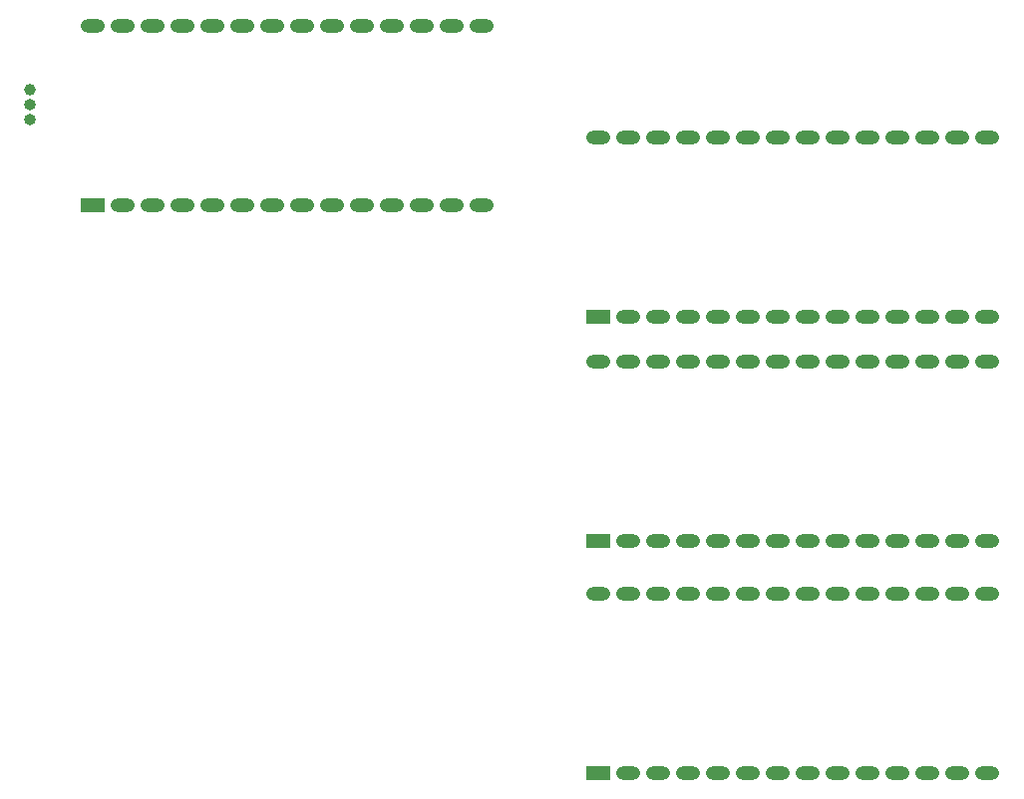
<source format=gbr>
%TF.GenerationSoftware,KiCad,Pcbnew,(5.1.10)-1*%
%TF.CreationDate,2023-06-12T08:51:03+01:00*%
%TF.ProjectId,pt8601_rom_adapter,70743836-3031-45f7-926f-6d5f61646170,rev?*%
%TF.SameCoordinates,Original*%
%TF.FileFunction,Soldermask,Bot*%
%TF.FilePolarity,Negative*%
%FSLAX46Y46*%
G04 Gerber Fmt 4.6, Leading zero omitted, Abs format (unit mm)*
G04 Created by KiCad (PCBNEW (5.1.10)-1) date 2023-06-12 08:51:03*
%MOMM*%
%LPD*%
G01*
G04 APERTURE LIST*
%ADD10O,2.050000X1.200000*%
%ADD11R,2.050000X1.200000*%
%ADD12O,1.000000X1.000000*%
%ADD13C,1.000000*%
G04 APERTURE END LIST*
D10*
%TO.C,U6*%
X161874200Y-109524800D03*
X194894200Y-124764800D03*
X164414200Y-109524800D03*
X192354200Y-124764800D03*
X166954200Y-109524800D03*
X189814200Y-124764800D03*
X169494200Y-109524800D03*
X187274200Y-124764800D03*
X172034200Y-109524800D03*
X184734200Y-124764800D03*
X174574200Y-109524800D03*
X182194200Y-124764800D03*
X177114200Y-109524800D03*
X179654200Y-124764800D03*
X179654200Y-109524800D03*
X177114200Y-124764800D03*
X182194200Y-109524800D03*
X174574200Y-124764800D03*
X184734200Y-109524800D03*
X172034200Y-124764800D03*
X187274200Y-109524800D03*
X169494200Y-124764800D03*
X189814200Y-109524800D03*
X166954200Y-124764800D03*
X192354200Y-109524800D03*
X164414200Y-124764800D03*
X194894200Y-109524800D03*
D11*
X161874200Y-124764800D03*
%TD*%
D10*
%TO.C,U2*%
X161874200Y-89839800D03*
X194894200Y-105079800D03*
X164414200Y-89839800D03*
X192354200Y-105079800D03*
X166954200Y-89839800D03*
X189814200Y-105079800D03*
X169494200Y-89839800D03*
X187274200Y-105079800D03*
X172034200Y-89839800D03*
X184734200Y-105079800D03*
X174574200Y-89839800D03*
X182194200Y-105079800D03*
X177114200Y-89839800D03*
X179654200Y-105079800D03*
X179654200Y-89839800D03*
X177114200Y-105079800D03*
X182194200Y-89839800D03*
X174574200Y-105079800D03*
X184734200Y-89839800D03*
X172034200Y-105079800D03*
X187274200Y-89839800D03*
X169494200Y-105079800D03*
X189814200Y-89839800D03*
X166954200Y-105079800D03*
X192354200Y-89839800D03*
X164414200Y-105079800D03*
X194894200Y-89839800D03*
D11*
X161874200Y-105079800D03*
%TD*%
D10*
%TO.C,U5*%
X161874200Y-70789800D03*
X194894200Y-86029800D03*
X164414200Y-70789800D03*
X192354200Y-86029800D03*
X166954200Y-70789800D03*
X189814200Y-86029800D03*
X169494200Y-70789800D03*
X187274200Y-86029800D03*
X172034200Y-70789800D03*
X184734200Y-86029800D03*
X174574200Y-70789800D03*
X182194200Y-86029800D03*
X177114200Y-70789800D03*
X179654200Y-86029800D03*
X179654200Y-70789800D03*
X177114200Y-86029800D03*
X182194200Y-70789800D03*
X174574200Y-86029800D03*
X184734200Y-70789800D03*
X172034200Y-86029800D03*
X187274200Y-70789800D03*
X169494200Y-86029800D03*
X189814200Y-70789800D03*
X166954200Y-86029800D03*
X192354200Y-70789800D03*
X164414200Y-86029800D03*
X194894200Y-70789800D03*
D11*
X161874200Y-86029800D03*
%TD*%
D10*
%TO.C,U1*%
X118948200Y-61264800D03*
X151968200Y-76504800D03*
X121488200Y-61264800D03*
X149428200Y-76504800D03*
X124028200Y-61264800D03*
X146888200Y-76504800D03*
X126568200Y-61264800D03*
X144348200Y-76504800D03*
X129108200Y-61264800D03*
X141808200Y-76504800D03*
X131648200Y-61264800D03*
X139268200Y-76504800D03*
X134188200Y-61264800D03*
X136728200Y-76504800D03*
X136728200Y-61264800D03*
X134188200Y-76504800D03*
X139268200Y-61264800D03*
X131648200Y-76504800D03*
X141808200Y-61264800D03*
X129108200Y-76504800D03*
X144348200Y-61264800D03*
X126568200Y-76504800D03*
X146888200Y-61264800D03*
X124028200Y-76504800D03*
X149428200Y-61264800D03*
X121488200Y-76504800D03*
X151968200Y-61264800D03*
D11*
X118948200Y-76504800D03*
%TD*%
D12*
%TO.C,J1*%
X113614200Y-69265800D03*
X113614200Y-67995800D03*
D13*
X113614200Y-66725800D03*
%TD*%
M02*

</source>
